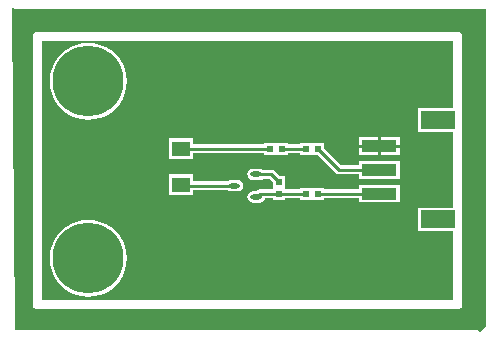
<source format=gtl>
%FSLAX23Y23*%
%MOIN*%
G70*
G01*
G75*
G04 Layer_Physical_Order=1*
G04 Layer_Color=255*
%ADD10R,0.024X0.020*%
%ADD11R,0.118X0.039*%
%ADD12R,0.118X0.059*%
%ADD13R,0.060X0.050*%
%ADD14R,0.020X0.024*%
%ADD15O,0.039X0.017*%
%ADD16C,0.010*%
%ADD17C,0.236*%
%ADD18C,0.039*%
G36*
X-75Y985D02*
X1495D01*
Y-70D01*
X1475Y-90D01*
X1470Y-85D01*
X-75D01*
X-85Y988D01*
X-80Y990D01*
X-75Y985D01*
D02*
G37*
%LPC*%
G36*
X1400Y910D02*
X0D01*
X-6Y909D01*
X-11Y906D01*
X-14Y901D01*
X-15Y895D01*
Y0D01*
X-14Y-6D01*
X-11Y-11D01*
X-6Y-14D01*
X0Y-15D01*
X1400D01*
X1406Y-14D01*
X1411Y-11D01*
X1414Y-6D01*
X1415Y0D01*
Y895D01*
X1414Y901D01*
X1411Y906D01*
X1406Y909D01*
X1400Y910D01*
D02*
G37*
%LPD*%
G36*
X1385Y655D02*
X1268D01*
Y576D01*
X1385D01*
Y324D01*
X1268D01*
Y245D01*
X1385D01*
Y15D01*
X15D01*
Y880D01*
X1385D01*
Y655D01*
D02*
G37*
%LPC*%
G36*
X520Y435D02*
X440D01*
Y365D01*
X520D01*
Y382D01*
X635D01*
X638Y380D01*
X645Y379D01*
X668D01*
X675Y380D01*
X681Y384D01*
X685Y390D01*
X686Y397D01*
X685Y405D01*
X681Y411D01*
X675Y415D01*
X668Y416D01*
X645D01*
X638Y415D01*
X635Y413D01*
X520D01*
Y435D01*
D02*
G37*
G36*
X741Y454D02*
X719D01*
X712Y452D01*
X705Y448D01*
X701Y442D01*
X700Y435D01*
X701Y428D01*
X705Y421D01*
X712Y417D01*
X719Y416D01*
X741D01*
X748Y417D01*
X752Y420D01*
X774D01*
X785Y408D01*
Y388D01*
Y385D01*
X740D01*
X734Y384D01*
X729Y381D01*
X728Y379D01*
X719D01*
X712Y377D01*
X705Y373D01*
X701Y367D01*
X700Y360D01*
X701Y353D01*
X705Y347D01*
X712Y343D01*
X719Y341D01*
X741D01*
X748Y343D01*
X755Y347D01*
X759Y353D01*
X759Y355D01*
X785D01*
Y349D01*
X825D01*
Y355D01*
X874D01*
Y350D01*
X956D01*
Y356D01*
X1071D01*
Y342D01*
X1209D01*
Y401D01*
X1071D01*
Y387D01*
X956D01*
Y390D01*
X874D01*
Y385D01*
X825D01*
Y388D01*
Y431D01*
X805D01*
X791Y446D01*
X786Y449D01*
X780Y450D01*
X752D01*
X748Y452D01*
X741Y454D01*
D02*
G37*
G36*
X170Y284D02*
X150Y282D01*
X130Y277D01*
X112Y269D01*
X94Y259D01*
X79Y246D01*
X66Y231D01*
X56Y213D01*
X48Y195D01*
X43Y175D01*
X41Y155D01*
X43Y135D01*
X48Y115D01*
X56Y97D01*
X66Y79D01*
X79Y64D01*
X94Y51D01*
X112Y41D01*
X130Y33D01*
X150Y28D01*
X170Y26D01*
X190Y28D01*
X210Y33D01*
X228Y41D01*
X246Y51D01*
X261Y64D01*
X274Y79D01*
X285Y97D01*
X292Y115D01*
X297Y135D01*
X299Y155D01*
X297Y175D01*
X292Y195D01*
X285Y213D01*
X274Y231D01*
X261Y246D01*
X246Y259D01*
X228Y269D01*
X210Y277D01*
X190Y282D01*
X170Y284D01*
D02*
G37*
G36*
X1135Y558D02*
X1071D01*
Y534D01*
X1135D01*
Y558D01*
D02*
G37*
G36*
X1209D02*
X1145D01*
Y534D01*
X1209D01*
Y558D01*
D02*
G37*
G36*
X170Y874D02*
X150Y872D01*
X130Y867D01*
X112Y859D01*
X94Y849D01*
X79Y836D01*
X66Y821D01*
X56Y803D01*
X48Y785D01*
X43Y765D01*
X41Y745D01*
X43Y725D01*
X48Y705D01*
X56Y687D01*
X66Y669D01*
X79Y654D01*
X94Y641D01*
X112Y631D01*
X130Y623D01*
X150Y618D01*
X170Y616D01*
X190Y618D01*
X210Y623D01*
X228Y631D01*
X246Y641D01*
X261Y654D01*
X274Y669D01*
X285Y687D01*
X292Y705D01*
X297Y725D01*
X299Y745D01*
X297Y765D01*
X292Y785D01*
X285Y803D01*
X274Y821D01*
X261Y836D01*
X246Y849D01*
X228Y859D01*
X210Y867D01*
X190Y872D01*
X170Y874D01*
D02*
G37*
G36*
X520Y555D02*
X440D01*
Y485D01*
X520D01*
Y505D01*
X754D01*
Y500D01*
X836D01*
Y505D01*
X874D01*
Y500D01*
X933D01*
X994Y439D01*
X999Y436D01*
X1005Y435D01*
X1071D01*
Y420D01*
X1209D01*
Y480D01*
X1071D01*
Y465D01*
X1011D01*
X956Y520D01*
Y540D01*
X874D01*
Y535D01*
X836D01*
Y540D01*
X754D01*
Y535D01*
X520D01*
Y555D01*
D02*
G37*
G36*
X1135Y524D02*
X1071D01*
Y499D01*
X1135D01*
Y524D01*
D02*
G37*
G36*
X1209D02*
X1145D01*
Y499D01*
X1209D01*
Y524D01*
D02*
G37*
%LPD*%
D10*
X895Y370D02*
D03*
X935D02*
D03*
X775Y520D02*
D03*
X815D02*
D03*
X895D02*
D03*
X935D02*
D03*
D11*
X1140Y529D02*
D03*
Y450D02*
D03*
Y371D02*
D03*
Y529D02*
D03*
D12*
X1337Y615D02*
D03*
Y285D02*
D03*
D13*
X480Y400D02*
D03*
Y520D02*
D03*
D14*
X805Y370D02*
D03*
Y410D02*
D03*
D15*
X730Y360D02*
D03*
Y435D02*
D03*
X656Y397D02*
D03*
D16*
X815Y520D02*
X895D01*
X935D02*
X1005Y450D01*
X1140D01*
X936Y371D02*
X1140D01*
X740Y370D02*
X895D01*
X780Y435D02*
X805Y410D01*
X730Y435D02*
X780D01*
X480Y520D02*
X775D01*
X480Y520D02*
X480Y520D01*
X483Y397D02*
X656D01*
D17*
X170Y155D02*
D03*
Y745D02*
D03*
D18*
X259Y155D02*
D03*
X233Y92D02*
D03*
X170Y66D02*
D03*
X107Y92D02*
D03*
X81Y155D02*
D03*
X170Y244D02*
D03*
X233Y218D02*
D03*
X107D02*
D03*
X259Y745D02*
D03*
X233Y682D02*
D03*
X170Y656D02*
D03*
X107Y682D02*
D03*
X81Y745D02*
D03*
X170Y834D02*
D03*
X233Y808D02*
D03*
X107D02*
D03*
M02*

</source>
